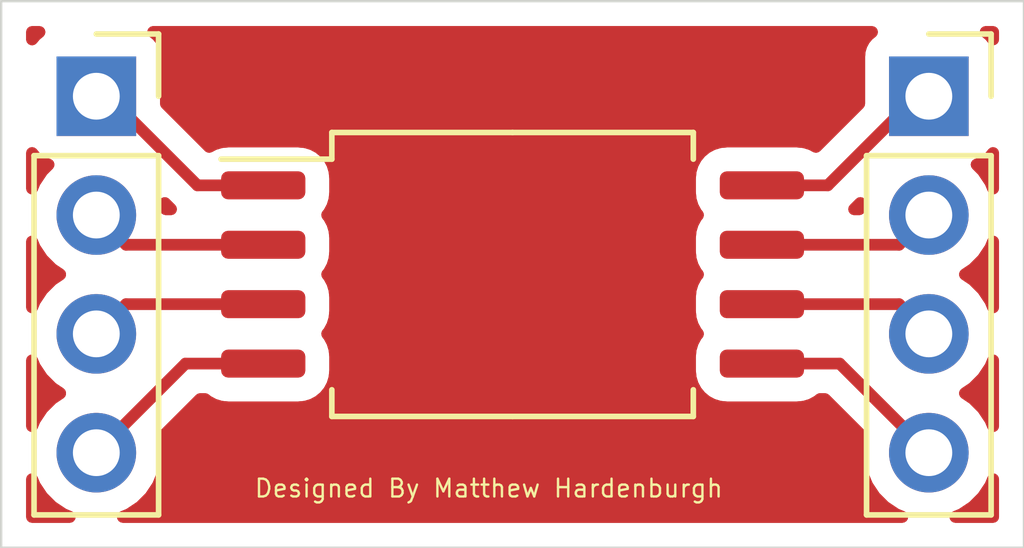
<source format=kicad_pcb>
(kicad_pcb (version 20171130) (host pcbnew 5.1.10-88a1d61d58~88~ubuntu20.04.1)

  (general
    (thickness 1.6)
    (drawings 5)
    (tracks 18)
    (zones 0)
    (modules 3)
    (nets 1)
  )

  (page A4)
  (layers
    (0 F.Cu signal hide)
    (31 B.Cu signal)
    (32 B.Adhes user)
    (33 F.Adhes user)
    (34 B.Paste user)
    (35 F.Paste user)
    (36 B.SilkS user)
    (37 F.SilkS user)
    (38 B.Mask user)
    (39 F.Mask user)
    (40 Dwgs.User user)
    (41 Cmts.User user)
    (42 Eco1.User user)
    (43 Eco2.User user)
    (44 Edge.Cuts user)
    (45 Margin user)
    (46 B.CrtYd user)
    (47 F.CrtYd user)
    (48 B.Fab user)
    (49 F.Fab user)
  )

  (setup
    (last_trace_width 0.25)
    (trace_clearance 0.2)
    (zone_clearance 0.508)
    (zone_45_only no)
    (trace_min 0.2)
    (via_size 0.8)
    (via_drill 0.4)
    (via_min_size 0.4)
    (via_min_drill 0.3)
    (uvia_size 0.3)
    (uvia_drill 0.1)
    (uvias_allowed no)
    (uvia_min_size 0.2)
    (uvia_min_drill 0.1)
    (edge_width 0.05)
    (segment_width 0.2)
    (pcb_text_width 0.3)
    (pcb_text_size 1.5 1.5)
    (mod_edge_width 0.12)
    (mod_text_size 1 1)
    (mod_text_width 0.15)
    (pad_size 1.524 1.524)
    (pad_drill 0.762)
    (pad_to_mask_clearance 0)
    (aux_axis_origin 0 0)
    (grid_origin 129.54 96.52)
    (visible_elements FFFFFF7F)
    (pcbplotparams
      (layerselection 0x010f0_ffffffff)
      (usegerberextensions true)
      (usegerberattributes true)
      (usegerberadvancedattributes true)
      (creategerberjobfile true)
      (excludeedgelayer true)
      (linewidth 0.100000)
      (plotframeref false)
      (viasonmask false)
      (mode 1)
      (useauxorigin false)
      (hpglpennumber 1)
      (hpglpenspeed 20)
      (hpglpendiameter 15.000000)
      (psnegative false)
      (psa4output false)
      (plotreference false)
      (plotvalue true)
      (plotinvisibletext false)
      (padsonsilk false)
      (subtractmaskfromsilk false)
      (outputformat 1)
      (mirror false)
      (drillshape 0)
      (scaleselection 1)
      (outputdirectory "gerbers"))
  )

  (net 0 "")

  (net_class Default "This is the default net class."
    (clearance 0.2)
    (trace_width 0.25)
    (via_dia 0.8)
    (via_drill 0.4)
    (uvia_dia 0.3)
    (uvia_drill 0.1)
  )

  (module Connector_PinSocket_2.54mm:PinSocket_1x04_P2.54mm_Vertical (layer F.Cu) (tedit 5A19A429) (tstamp 609C9EFA)
    (at 147.32 88.9)
    (descr "Through hole straight socket strip, 1x04, 2.54mm pitch, single row (from Kicad 4.0.7), script generated")
    (tags "Through hole socket strip THT 1x04 2.54mm single row")
    (fp_text reference REF** (at 4.318 -4.318) (layer F.SilkS) hide
      (effects (font (size 1 1) (thickness 0.15)))
    )
    (fp_text value PinSocket_1x04_P2.54mm_Vertical (at 0 10.39) (layer F.Fab)
      (effects (font (size 1 1) (thickness 0.15)))
    )
    (fp_line (start -1.27 -1.27) (end 0.635 -1.27) (layer F.Fab) (width 0.1))
    (fp_line (start 0.635 -1.27) (end 1.27 -0.635) (layer F.Fab) (width 0.1))
    (fp_line (start 1.27 -0.635) (end 1.27 8.89) (layer F.Fab) (width 0.1))
    (fp_line (start 1.27 8.89) (end -1.27 8.89) (layer F.Fab) (width 0.1))
    (fp_line (start -1.27 8.89) (end -1.27 -1.27) (layer F.Fab) (width 0.1))
    (fp_line (start -1.33 1.27) (end 1.33 1.27) (layer F.SilkS) (width 0.12))
    (fp_line (start -1.33 1.27) (end -1.33 8.95) (layer F.SilkS) (width 0.12))
    (fp_line (start -1.33 8.95) (end 1.33 8.95) (layer F.SilkS) (width 0.12))
    (fp_line (start 1.33 1.27) (end 1.33 8.95) (layer F.SilkS) (width 0.12))
    (fp_line (start 1.33 -1.33) (end 1.33 0) (layer F.SilkS) (width 0.12))
    (fp_line (start 0 -1.33) (end 1.33 -1.33) (layer F.SilkS) (width 0.12))
    (fp_line (start -1.8 -1.8) (end 1.75 -1.8) (layer F.CrtYd) (width 0.05))
    (fp_line (start 1.75 -1.8) (end 1.75 9.4) (layer F.CrtYd) (width 0.05))
    (fp_line (start 1.75 9.4) (end -1.8 9.4) (layer F.CrtYd) (width 0.05))
    (fp_line (start -1.8 9.4) (end -1.8 -1.8) (layer F.CrtYd) (width 0.05))
    (fp_text user %R (at 0 3.81 90) (layer F.Fab)
      (effects (font (size 1 1) (thickness 0.15)))
    )
    (pad 4 thru_hole oval (at 0 7.62) (size 1.7 1.7) (drill 1) (layers *.Cu *.Mask))
    (pad 3 thru_hole oval (at 0 5.08) (size 1.7 1.7) (drill 1) (layers *.Cu *.Mask))
    (pad 2 thru_hole oval (at 0 2.54) (size 1.7 1.7) (drill 1) (layers *.Cu *.Mask))
    (pad 1 thru_hole rect (at 0 0) (size 1.7 1.7) (drill 1) (layers *.Cu *.Mask))
    (model ${KISYS3DMOD}/Connector_PinSocket_2.54mm.3dshapes/PinSocket_1x04_P2.54mm_Vertical.wrl
      (at (xyz 0 0 0))
      (scale (xyz 1 1 1))
      (rotate (xyz 0 0 0))
    )
  )

  (module Connector_PinSocket_2.54mm:PinSocket_1x04_P2.54mm_Vertical (layer F.Cu) (tedit 5A19A429) (tstamp 609C9A2B)
    (at 129.54 88.9)
    (descr "Through hole straight socket strip, 1x04, 2.54mm pitch, single row (from Kicad 4.0.7), script generated")
    (tags "Through hole socket strip THT 1x04 2.54mm single row")
    (fp_text reference REF** (at -1.778 -3.81) (layer F.SilkS) hide
      (effects (font (size 1 1) (thickness 0.15)))
    )
    (fp_text value PinSocket_1x04_P2.54mm_Vertical (at 0 10.39) (layer F.Fab)
      (effects (font (size 1 1) (thickness 0.15)))
    )
    (fp_line (start -1.27 -1.27) (end 0.635 -1.27) (layer F.Fab) (width 0.1))
    (fp_line (start 0.635 -1.27) (end 1.27 -0.635) (layer F.Fab) (width 0.1))
    (fp_line (start 1.27 -0.635) (end 1.27 8.89) (layer F.Fab) (width 0.1))
    (fp_line (start 1.27 8.89) (end -1.27 8.89) (layer F.Fab) (width 0.1))
    (fp_line (start -1.27 8.89) (end -1.27 -1.27) (layer F.Fab) (width 0.1))
    (fp_line (start -1.33 1.27) (end 1.33 1.27) (layer F.SilkS) (width 0.12))
    (fp_line (start -1.33 1.27) (end -1.33 8.95) (layer F.SilkS) (width 0.12))
    (fp_line (start -1.33 8.95) (end 1.33 8.95) (layer F.SilkS) (width 0.12))
    (fp_line (start 1.33 1.27) (end 1.33 8.95) (layer F.SilkS) (width 0.12))
    (fp_line (start 1.33 -1.33) (end 1.33 0) (layer F.SilkS) (width 0.12))
    (fp_line (start 0 -1.33) (end 1.33 -1.33) (layer F.SilkS) (width 0.12))
    (fp_line (start -1.8 -1.8) (end 1.75 -1.8) (layer F.CrtYd) (width 0.05))
    (fp_line (start 1.75 -1.8) (end 1.75 9.4) (layer F.CrtYd) (width 0.05))
    (fp_line (start 1.75 9.4) (end -1.8 9.4) (layer F.CrtYd) (width 0.05))
    (fp_line (start -1.8 9.4) (end -1.8 -1.8) (layer F.CrtYd) (width 0.05))
    (fp_text user %R (at 0 3.81 90) (layer F.Fab)
      (effects (font (size 1 1) (thickness 0.15)))
    )
    (pad 4 thru_hole oval (at 0 7.62) (size 1.7 1.7) (drill 1) (layers *.Cu *.Mask))
    (pad 3 thru_hole oval (at 0 5.08) (size 1.7 1.7) (drill 1) (layers *.Cu *.Mask))
    (pad 2 thru_hole oval (at 0 2.54) (size 1.7 1.7) (drill 1) (layers *.Cu *.Mask))
    (pad 1 thru_hole rect (at 0 0) (size 1.7 1.7) (drill 1) (layers *.Cu *.Mask))
    (model ${KISYS3DMOD}/Connector_PinSocket_2.54mm.3dshapes/PinSocket_1x04_P2.54mm_Vertical.wrl
      (at (xyz 0 0 0))
      (scale (xyz 1 1 1))
      (rotate (xyz 0 0 0))
    )
  )

  (module Package_SO:SOIC-8_7.5x5.85mm_P1.27mm (layer F.Cu) (tedit 5D9F72B1) (tstamp 609CA451)
    (at 138.43 92.71)
    (descr "SOIC, 8 Pin (http://www.ti.com/lit/ml/mpds382b/mpds382b.pdf), generated with kicad-footprint-generator ipc_gullwing_generator.py")
    (tags "SOIC SO")
    (attr smd)
    (fp_text reference REF** (at -0.254 -7.62) (layer F.SilkS) hide
      (effects (font (size 1 1) (thickness 0.15)))
    )
    (fp_text value SOIC-8_7.5x5.85mm_P1.27mm (at 0 3.88) (layer F.Fab)
      (effects (font (size 1 1) (thickness 0.15)))
    )
    (fp_line (start 0 3.035) (end 3.86 3.035) (layer F.SilkS) (width 0.12))
    (fp_line (start 3.86 3.035) (end 3.86 2.465) (layer F.SilkS) (width 0.12))
    (fp_line (start 0 3.035) (end -3.86 3.035) (layer F.SilkS) (width 0.12))
    (fp_line (start -3.86 3.035) (end -3.86 2.465) (layer F.SilkS) (width 0.12))
    (fp_line (start 0 -3.035) (end 3.86 -3.035) (layer F.SilkS) (width 0.12))
    (fp_line (start 3.86 -3.035) (end 3.86 -2.465) (layer F.SilkS) (width 0.12))
    (fp_line (start 0 -3.035) (end -3.86 -3.035) (layer F.SilkS) (width 0.12))
    (fp_line (start -3.86 -3.035) (end -3.86 -2.465) (layer F.SilkS) (width 0.12))
    (fp_line (start -3.86 -2.465) (end -6.225 -2.465) (layer F.SilkS) (width 0.12))
    (fp_line (start -2.75 -2.925) (end 3.75 -2.925) (layer F.Fab) (width 0.1))
    (fp_line (start 3.75 -2.925) (end 3.75 2.925) (layer F.Fab) (width 0.1))
    (fp_line (start 3.75 2.925) (end -3.75 2.925) (layer F.Fab) (width 0.1))
    (fp_line (start -3.75 2.925) (end -3.75 -1.925) (layer F.Fab) (width 0.1))
    (fp_line (start -3.75 -1.925) (end -2.75 -2.925) (layer F.Fab) (width 0.1))
    (fp_line (start -6.48 -3.18) (end -6.48 3.18) (layer F.CrtYd) (width 0.05))
    (fp_line (start -6.48 3.18) (end 6.48 3.18) (layer F.CrtYd) (width 0.05))
    (fp_line (start 6.48 3.18) (end 6.48 -3.18) (layer F.CrtYd) (width 0.05))
    (fp_line (start 6.48 -3.18) (end -6.48 -3.18) (layer F.CrtYd) (width 0.05))
    (fp_text user %R (at 0 0) (layer F.Fab)
      (effects (font (size 1 1) (thickness 0.15)))
    )
    (pad 8 smd roundrect (at 5.325 -1.905) (size 1.8 0.6) (layers F.Cu F.Paste F.Mask) (roundrect_rratio 0.25))
    (pad 7 smd roundrect (at 5.325 -0.635) (size 1.8 0.6) (layers F.Cu F.Paste F.Mask) (roundrect_rratio 0.25))
    (pad 6 smd roundrect (at 5.325 0.635) (size 1.8 0.6) (layers F.Cu F.Paste F.Mask) (roundrect_rratio 0.25))
    (pad 5 smd roundrect (at 5.325 1.905) (size 1.8 0.6) (layers F.Cu F.Paste F.Mask) (roundrect_rratio 0.25))
    (pad 4 smd roundrect (at -5.325 1.905) (size 1.8 0.6) (layers F.Cu F.Paste F.Mask) (roundrect_rratio 0.25))
    (pad 3 smd roundrect (at -5.325 0.635) (size 1.8 0.6) (layers F.Cu F.Paste F.Mask) (roundrect_rratio 0.25))
    (pad 2 smd roundrect (at -5.325 -0.635) (size 1.8 0.6) (layers F.Cu F.Paste F.Mask) (roundrect_rratio 0.25))
    (pad 1 smd roundrect (at -5.325 -1.905) (size 1.8 0.6) (layers F.Cu F.Paste F.Mask) (roundrect_rratio 0.25))
    (model ${KISYS3DMOD}/Package_SO.3dshapes/SOIC-8_7.5x5.85mm_P1.27mm.wrl
      (at (xyz 0 0 0))
      (scale (xyz 1 1 1))
      (rotate (xyz 0 0 0))
    )
  )

  (gr_text "Designed By Matthew Hardenburgh" (at 137.922 97.282) (layer F.SilkS)
    (effects (font (size 0.381 0.381) (thickness 0.0508)))
  )
  (gr_line (start 127.508 98.552) (end 127.508 86.868) (layer Edge.Cuts) (width 0.05) (tstamp 609CA512))
  (gr_line (start 149.352 98.552) (end 127.508 98.552) (layer Edge.Cuts) (width 0.05))
  (gr_line (start 149.352 86.868) (end 149.352 98.552) (layer Edge.Cuts) (width 0.05))
  (gr_line (start 127.508 86.868) (end 149.352 86.868) (layer Edge.Cuts) (width 0.05))

  (segment (start 133.105 90.805) (end 131.699 90.805) (width 0.25) (layer F.Cu) (net 0))
  (segment (start 129.794 88.9) (end 129.54 88.9) (width 0.25) (layer F.Cu) (net 0))
  (segment (start 131.699 90.805) (end 129.794 88.9) (width 0.25) (layer F.Cu) (net 0))
  (segment (start 130.175 92.075) (end 129.54 91.44) (width 0.25) (layer F.Cu) (net 0))
  (segment (start 133.105 92.075) (end 130.175 92.075) (width 0.25) (layer F.Cu) (net 0))
  (segment (start 130.175 93.345) (end 129.54 93.98) (width 0.25) (layer F.Cu) (net 0))
  (segment (start 133.105 93.345) (end 130.175 93.345) (width 0.25) (layer F.Cu) (net 0))
  (segment (start 131.445 94.615) (end 129.54 96.52) (width 0.25) (layer F.Cu) (net 0))
  (segment (start 133.105 94.615) (end 131.445 94.615) (width 0.25) (layer F.Cu) (net 0))
  (segment (start 143.755 90.805) (end 145.161 90.805) (width 0.25) (layer F.Cu) (net 0))
  (segment (start 147.066 88.9) (end 147.32 88.9) (width 0.25) (layer F.Cu) (net 0))
  (segment (start 145.161 90.805) (end 147.066 88.9) (width 0.25) (layer F.Cu) (net 0))
  (segment (start 146.685 92.075) (end 147.32 91.44) (width 0.25) (layer F.Cu) (net 0))
  (segment (start 143.755 92.075) (end 146.685 92.075) (width 0.25) (layer F.Cu) (net 0))
  (segment (start 146.685 93.345) (end 147.32 93.98) (width 0.25) (layer F.Cu) (net 0))
  (segment (start 143.755 93.345) (end 146.685 93.345) (width 0.25) (layer F.Cu) (net 0))
  (segment (start 145.415 94.615) (end 147.32 96.52) (width 0.25) (layer F.Cu) (net 0))
  (segment (start 143.755 94.615) (end 145.415 94.615) (width 0.25) (layer F.Cu) (net 0))

  (zone (net 0) (net_name "") (layer F.Cu) (tstamp 609CB936) (hatch edge 0.508)
    (connect_pads (clearance 0.508))
    (min_thickness 0.254)
    (fill yes (arc_segments 32) (thermal_gap 0.508) (thermal_bridge_width 0.508))
    (polygon
      (pts
        (xy 149.352 98.552) (xy 127.508 98.552) (xy 127.508 86.868) (xy 149.352 86.868)
      )
    )
    (filled_polygon
      (pts
        (xy 146.018815 87.598815) (xy 145.939463 87.695506) (xy 145.880498 87.80582) (xy 145.844188 87.925518) (xy 145.831928 88.05)
        (xy 145.831928 89.05927) (xy 144.909351 89.981848) (xy 144.806582 89.926916) (xy 144.658745 89.882071) (xy 144.505 89.866928)
        (xy 143.005 89.866928) (xy 142.851255 89.882071) (xy 142.703418 89.926916) (xy 142.567171 89.999742) (xy 142.447749 90.097749)
        (xy 142.349742 90.217171) (xy 142.276916 90.353418) (xy 142.232071 90.501255) (xy 142.216928 90.655) (xy 142.216928 90.955)
        (xy 142.232071 91.108745) (xy 142.276916 91.256582) (xy 142.349742 91.392829) (xy 142.388454 91.44) (xy 142.349742 91.487171)
        (xy 142.276916 91.623418) (xy 142.232071 91.771255) (xy 142.216928 91.925) (xy 142.216928 92.225) (xy 142.232071 92.378745)
        (xy 142.276916 92.526582) (xy 142.349742 92.662829) (xy 142.388454 92.71) (xy 142.349742 92.757171) (xy 142.276916 92.893418)
        (xy 142.232071 93.041255) (xy 142.216928 93.195) (xy 142.216928 93.495) (xy 142.232071 93.648745) (xy 142.276916 93.796582)
        (xy 142.349742 93.932829) (xy 142.388454 93.98) (xy 142.349742 94.027171) (xy 142.276916 94.163418) (xy 142.232071 94.311255)
        (xy 142.216928 94.465) (xy 142.216928 94.765) (xy 142.232071 94.918745) (xy 142.276916 95.066582) (xy 142.349742 95.202829)
        (xy 142.447749 95.322251) (xy 142.567171 95.420258) (xy 142.703418 95.493084) (xy 142.851255 95.537929) (xy 143.005 95.553072)
        (xy 144.505 95.553072) (xy 144.658745 95.537929) (xy 144.806582 95.493084) (xy 144.942829 95.420258) (xy 144.997976 95.375)
        (xy 145.100199 95.375) (xy 145.87879 96.153592) (xy 145.835 96.37374) (xy 145.835 96.66626) (xy 145.892068 96.953158)
        (xy 146.00401 97.223411) (xy 146.166525 97.466632) (xy 146.373368 97.673475) (xy 146.616589 97.83599) (xy 146.75181 97.892)
        (xy 130.10819 97.892) (xy 130.243411 97.83599) (xy 130.486632 97.673475) (xy 130.693475 97.466632) (xy 130.85599 97.223411)
        (xy 130.967932 96.953158) (xy 131.025 96.66626) (xy 131.025 96.37374) (xy 130.981209 96.153592) (xy 131.759802 95.375)
        (xy 131.862024 95.375) (xy 131.917171 95.420258) (xy 132.053418 95.493084) (xy 132.201255 95.537929) (xy 132.355 95.553072)
        (xy 133.855 95.553072) (xy 134.008745 95.537929) (xy 134.156582 95.493084) (xy 134.292829 95.420258) (xy 134.412251 95.322251)
        (xy 134.510258 95.202829) (xy 134.583084 95.066582) (xy 134.627929 94.918745) (xy 134.643072 94.765) (xy 134.643072 94.465)
        (xy 134.627929 94.311255) (xy 134.583084 94.163418) (xy 134.510258 94.027171) (xy 134.471546 93.98) (xy 134.510258 93.932829)
        (xy 134.583084 93.796582) (xy 134.627929 93.648745) (xy 134.643072 93.495) (xy 134.643072 93.195) (xy 134.627929 93.041255)
        (xy 134.583084 92.893418) (xy 134.510258 92.757171) (xy 134.471546 92.71) (xy 134.510258 92.662829) (xy 134.583084 92.526582)
        (xy 134.627929 92.378745) (xy 134.643072 92.225) (xy 134.643072 91.925) (xy 134.627929 91.771255) (xy 134.583084 91.623418)
        (xy 134.510258 91.487171) (xy 134.471546 91.44) (xy 134.510258 91.392829) (xy 134.583084 91.256582) (xy 134.627929 91.108745)
        (xy 134.643072 90.955) (xy 134.643072 90.655) (xy 134.627929 90.501255) (xy 134.583084 90.353418) (xy 134.510258 90.217171)
        (xy 134.412251 90.097749) (xy 134.292829 89.999742) (xy 134.156582 89.926916) (xy 134.008745 89.882071) (xy 133.855 89.866928)
        (xy 132.355 89.866928) (xy 132.201255 89.882071) (xy 132.053418 89.926916) (xy 131.950649 89.981847) (xy 131.028072 89.059271)
        (xy 131.028072 88.05) (xy 131.015812 87.925518) (xy 130.979502 87.80582) (xy 130.920537 87.695506) (xy 130.841185 87.598815)
        (xy 130.754896 87.528) (xy 146.105104 87.528)
      )
    )
    (filled_polygon
      (pts
        (xy 148.692001 97.892) (xy 147.88819 97.892) (xy 148.023411 97.83599) (xy 148.266632 97.673475) (xy 148.473475 97.466632)
        (xy 148.63599 97.223411) (xy 148.692001 97.088188)
      )
    )
    (filled_polygon
      (pts
        (xy 128.22401 97.223411) (xy 128.386525 97.466632) (xy 128.593368 97.673475) (xy 128.836589 97.83599) (xy 128.97181 97.892)
        (xy 128.168 97.892) (xy 128.168 97.08819)
      )
    )
    (filled_polygon
      (pts
        (xy 148.692001 95.951812) (xy 148.63599 95.816589) (xy 148.473475 95.573368) (xy 148.266632 95.366525) (xy 148.09224 95.25)
        (xy 148.266632 95.133475) (xy 148.473475 94.926632) (xy 148.63599 94.683411) (xy 148.692001 94.54819)
      )
    )
    (filled_polygon
      (pts
        (xy 128.22401 94.683411) (xy 128.386525 94.926632) (xy 128.593368 95.133475) (xy 128.76776 95.25) (xy 128.593368 95.366525)
        (xy 128.386525 95.573368) (xy 128.22401 95.816589) (xy 128.168 95.95181) (xy 128.168 94.54819)
      )
    )
    (filled_polygon
      (pts
        (xy 148.692001 93.41181) (xy 148.63599 93.276589) (xy 148.473475 93.033368) (xy 148.266632 92.826525) (xy 148.09224 92.71)
        (xy 148.266632 92.593475) (xy 148.473475 92.386632) (xy 148.63599 92.143411) (xy 148.692 92.00819)
      )
    )
    (filled_polygon
      (pts
        (xy 128.22401 92.143411) (xy 128.386525 92.386632) (xy 128.593368 92.593475) (xy 128.76776 92.71) (xy 128.593368 92.826525)
        (xy 128.386525 93.033368) (xy 128.22401 93.276589) (xy 128.168 93.41181) (xy 128.168 92.00819)
      )
    )
    (filled_polygon
      (pts
        (xy 145.835 91.29374) (xy 145.835 91.315) (xy 145.725801 91.315) (xy 145.856836 91.183965)
      )
    )
    (filled_polygon
      (pts
        (xy 131.134198 91.315) (xy 131.025 91.315) (xy 131.025 91.29374) (xy 131.003165 91.183966)
      )
    )
    (filled_polygon
      (pts
        (xy 128.238815 90.201185) (xy 128.335506 90.280537) (xy 128.44582 90.339502) (xy 128.51838 90.361513) (xy 128.386525 90.493368)
        (xy 128.22401 90.736589) (xy 128.168 90.87181) (xy 128.168 90.114896)
      )
    )
    (filled_polygon
      (pts
        (xy 148.692 90.87181) (xy 148.63599 90.736589) (xy 148.473475 90.493368) (xy 148.34162 90.361513) (xy 148.41418 90.339502)
        (xy 148.524494 90.280537) (xy 148.621185 90.201185) (xy 148.692 90.114896)
      )
    )
    (filled_polygon
      (pts
        (xy 128.238815 87.598815) (xy 128.168 87.685104) (xy 128.168 87.528) (xy 128.325104 87.528)
      )
    )
    (filled_polygon
      (pts
        (xy 148.692 87.685104) (xy 148.621185 87.598815) (xy 148.534896 87.528) (xy 148.692 87.528)
      )
    )
  )
  (zone (net 0) (net_name "") (layer F.Cu) (tstamp 609CB933) (hatch edge 0.508)
    (connect_pads (clearance 0.508))
    (min_thickness 0.254)
    (fill yes (arc_segments 32) (thermal_gap 0.508) (thermal_bridge_width 0.508))
    (polygon
      (pts
        (xy 149.352 98.552) (xy 127.508 98.552) (xy 127.508 86.868) (xy 149.352 86.868)
      )
    )
    (filled_polygon
      (pts
        (xy 146.018815 87.598815) (xy 145.939463 87.695506) (xy 145.880498 87.80582) (xy 145.844188 87.925518) (xy 145.831928 88.05)
        (xy 145.831928 89.05927) (xy 144.909351 89.981848) (xy 144.806582 89.926916) (xy 144.658745 89.882071) (xy 144.505 89.866928)
        (xy 143.005 89.866928) (xy 142.851255 89.882071) (xy 142.703418 89.926916) (xy 142.567171 89.999742) (xy 142.447749 90.097749)
        (xy 142.349742 90.217171) (xy 142.276916 90.353418) (xy 142.232071 90.501255) (xy 142.216928 90.655) (xy 142.216928 90.955)
        (xy 142.232071 91.108745) (xy 142.276916 91.256582) (xy 142.349742 91.392829) (xy 142.388454 91.44) (xy 142.349742 91.487171)
        (xy 142.276916 91.623418) (xy 142.232071 91.771255) (xy 142.216928 91.925) (xy 142.216928 92.225) (xy 142.232071 92.378745)
        (xy 142.276916 92.526582) (xy 142.349742 92.662829) (xy 142.388454 92.71) (xy 142.349742 92.757171) (xy 142.276916 92.893418)
        (xy 142.232071 93.041255) (xy 142.216928 93.195) (xy 142.216928 93.495) (xy 142.232071 93.648745) (xy 142.276916 93.796582)
        (xy 142.349742 93.932829) (xy 142.388454 93.98) (xy 142.349742 94.027171) (xy 142.276916 94.163418) (xy 142.232071 94.311255)
        (xy 142.216928 94.465) (xy 142.216928 94.765) (xy 142.232071 94.918745) (xy 142.276916 95.066582) (xy 142.349742 95.202829)
        (xy 142.447749 95.322251) (xy 142.567171 95.420258) (xy 142.703418 95.493084) (xy 142.851255 95.537929) (xy 143.005 95.553072)
        (xy 144.505 95.553072) (xy 144.658745 95.537929) (xy 144.806582 95.493084) (xy 144.942829 95.420258) (xy 144.997976 95.375)
        (xy 145.100199 95.375) (xy 145.87879 96.153592) (xy 145.835 96.37374) (xy 145.835 96.66626) (xy 145.892068 96.953158)
        (xy 146.00401 97.223411) (xy 146.166525 97.466632) (xy 146.373368 97.673475) (xy 146.616589 97.83599) (xy 146.75181 97.892)
        (xy 130.10819 97.892) (xy 130.243411 97.83599) (xy 130.486632 97.673475) (xy 130.693475 97.466632) (xy 130.85599 97.223411)
        (xy 130.967932 96.953158) (xy 131.025 96.66626) (xy 131.025 96.37374) (xy 130.981209 96.153592) (xy 131.759802 95.375)
        (xy 131.862024 95.375) (xy 131.917171 95.420258) (xy 132.053418 95.493084) (xy 132.201255 95.537929) (xy 132.355 95.553072)
        (xy 133.855 95.553072) (xy 134.008745 95.537929) (xy 134.156582 95.493084) (xy 134.292829 95.420258) (xy 134.412251 95.322251)
        (xy 134.510258 95.202829) (xy 134.583084 95.066582) (xy 134.627929 94.918745) (xy 134.643072 94.765) (xy 134.643072 94.465)
        (xy 134.627929 94.311255) (xy 134.583084 94.163418) (xy 134.510258 94.027171) (xy 134.471546 93.98) (xy 134.510258 93.932829)
        (xy 134.583084 93.796582) (xy 134.627929 93.648745) (xy 134.643072 93.495) (xy 134.643072 93.195) (xy 134.627929 93.041255)
        (xy 134.583084 92.893418) (xy 134.510258 92.757171) (xy 134.471546 92.71) (xy 134.510258 92.662829) (xy 134.583084 92.526582)
        (xy 134.627929 92.378745) (xy 134.643072 92.225) (xy 134.643072 91.925) (xy 134.627929 91.771255) (xy 134.583084 91.623418)
        (xy 134.510258 91.487171) (xy 134.471546 91.44) (xy 134.510258 91.392829) (xy 134.583084 91.256582) (xy 134.627929 91.108745)
        (xy 134.643072 90.955) (xy 134.643072 90.655) (xy 134.627929 90.501255) (xy 134.583084 90.353418) (xy 134.510258 90.217171)
        (xy 134.412251 90.097749) (xy 134.292829 89.999742) (xy 134.156582 89.926916) (xy 134.008745 89.882071) (xy 133.855 89.866928)
        (xy 132.355 89.866928) (xy 132.201255 89.882071) (xy 132.053418 89.926916) (xy 131.950649 89.981847) (xy 131.028072 89.059271)
        (xy 131.028072 88.05) (xy 131.015812 87.925518) (xy 130.979502 87.80582) (xy 130.920537 87.695506) (xy 130.841185 87.598815)
        (xy 130.754896 87.528) (xy 146.105104 87.528)
      )
    )
    (filled_polygon
      (pts
        (xy 148.692001 97.892) (xy 147.88819 97.892) (xy 148.023411 97.83599) (xy 148.266632 97.673475) (xy 148.473475 97.466632)
        (xy 148.63599 97.223411) (xy 148.692001 97.088188)
      )
    )
    (filled_polygon
      (pts
        (xy 128.22401 97.223411) (xy 128.386525 97.466632) (xy 128.593368 97.673475) (xy 128.836589 97.83599) (xy 128.97181 97.892)
        (xy 128.168 97.892) (xy 128.168 97.08819)
      )
    )
    (filled_polygon
      (pts
        (xy 148.692001 95.951812) (xy 148.63599 95.816589) (xy 148.473475 95.573368) (xy 148.266632 95.366525) (xy 148.09224 95.25)
        (xy 148.266632 95.133475) (xy 148.473475 94.926632) (xy 148.63599 94.683411) (xy 148.692001 94.54819)
      )
    )
    (filled_polygon
      (pts
        (xy 128.22401 94.683411) (xy 128.386525 94.926632) (xy 128.593368 95.133475) (xy 128.76776 95.25) (xy 128.593368 95.366525)
        (xy 128.386525 95.573368) (xy 128.22401 95.816589) (xy 128.168 95.95181) (xy 128.168 94.54819)
      )
    )
    (filled_polygon
      (pts
        (xy 148.692001 93.41181) (xy 148.63599 93.276589) (xy 148.473475 93.033368) (xy 148.266632 92.826525) (xy 148.09224 92.71)
        (xy 148.266632 92.593475) (xy 148.473475 92.386632) (xy 148.63599 92.143411) (xy 148.692 92.00819)
      )
    )
    (filled_polygon
      (pts
        (xy 128.22401 92.143411) (xy 128.386525 92.386632) (xy 128.593368 92.593475) (xy 128.76776 92.71) (xy 128.593368 92.826525)
        (xy 128.386525 93.033368) (xy 128.22401 93.276589) (xy 128.168 93.41181) (xy 128.168 92.00819)
      )
    )
    (filled_polygon
      (pts
        (xy 145.835 91.29374) (xy 145.835 91.315) (xy 145.725801 91.315) (xy 145.856836 91.183965)
      )
    )
    (filled_polygon
      (pts
        (xy 131.134198 91.315) (xy 131.025 91.315) (xy 131.025 91.29374) (xy 131.003165 91.183966)
      )
    )
    (filled_polygon
      (pts
        (xy 128.238815 90.201185) (xy 128.335506 90.280537) (xy 128.44582 90.339502) (xy 128.51838 90.361513) (xy 128.386525 90.493368)
        (xy 128.22401 90.736589) (xy 128.168 90.87181) (xy 128.168 90.114896)
      )
    )
    (filled_polygon
      (pts
        (xy 148.692 90.87181) (xy 148.63599 90.736589) (xy 148.473475 90.493368) (xy 148.34162 90.361513) (xy 148.41418 90.339502)
        (xy 148.524494 90.280537) (xy 148.621185 90.201185) (xy 148.692 90.114896)
      )
    )
    (filled_polygon
      (pts
        (xy 128.238815 87.598815) (xy 128.168 87.685104) (xy 128.168 87.528) (xy 128.325104 87.528)
      )
    )
    (filled_polygon
      (pts
        (xy 148.692 87.685104) (xy 148.621185 87.598815) (xy 148.534896 87.528) (xy 148.692 87.528)
      )
    )
  )
)

</source>
